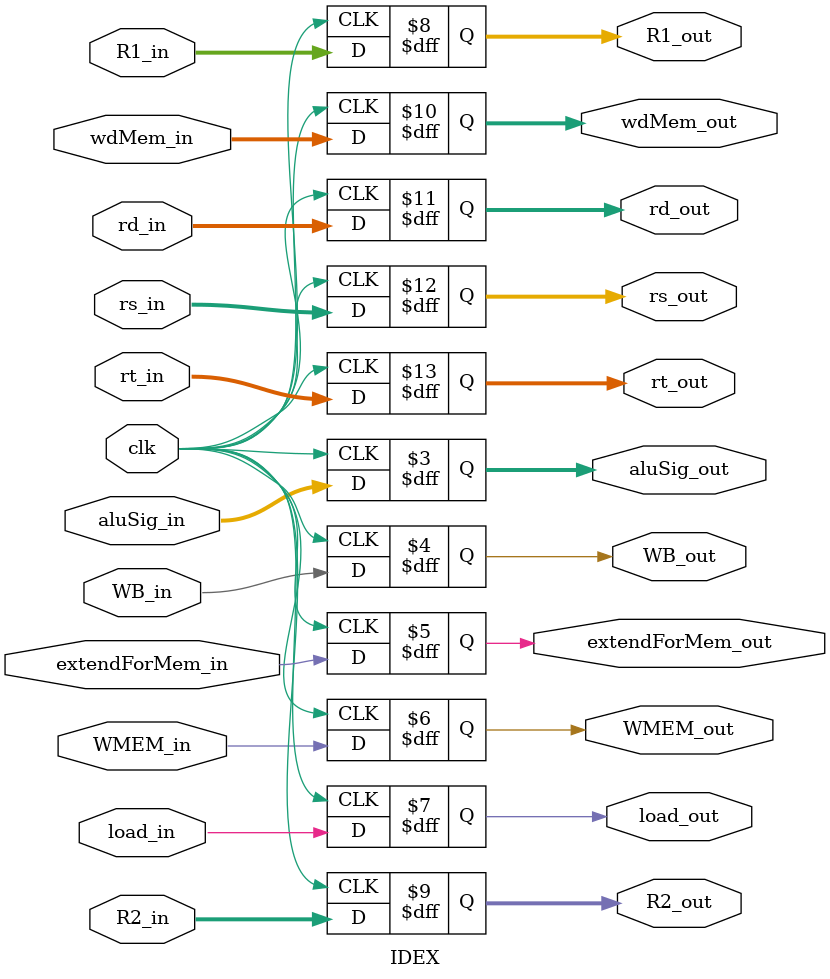
<source format=v>
module IDEX(input clk, input [2:0] aluSig_in, input WB_in, extendForMem_in, WMEM_in, load_in, input [31:0] R1_in, R2_in, wdMem_in, input [4:0] rd_in, rs_in, rt_in,
			output reg [2:0] aluSig_out, output reg WB_out, extendForMem_out, WMEM_out, load_out, output reg [31:0] R1_out, R2_out, wdMem_out, output reg [4:0] rd_out, rs_out, rt_out);
	initial {aluSig_out, WB_out, R1_out, R2_out, rd_out, rs_out, rt_out, extendForMem_out, WMEM_out, load_out, wdMem_out} = 118'b 0;
	always @(posedge clk) begin
		aluSig_out = aluSig_in;
		WB_out = WB_in;
		R1_out = R1_in;
		R2_out = R2_in;
		rd_out = rd_in;
		rs_out = rs_in;
		rt_out = rt_in;
		extendForMem_out = extendForMem_in;
		WMEM_out = WMEM_in;
		load_out = load_in;
		wdMem_out = wdMem_in;
	end
endmodule
</source>
